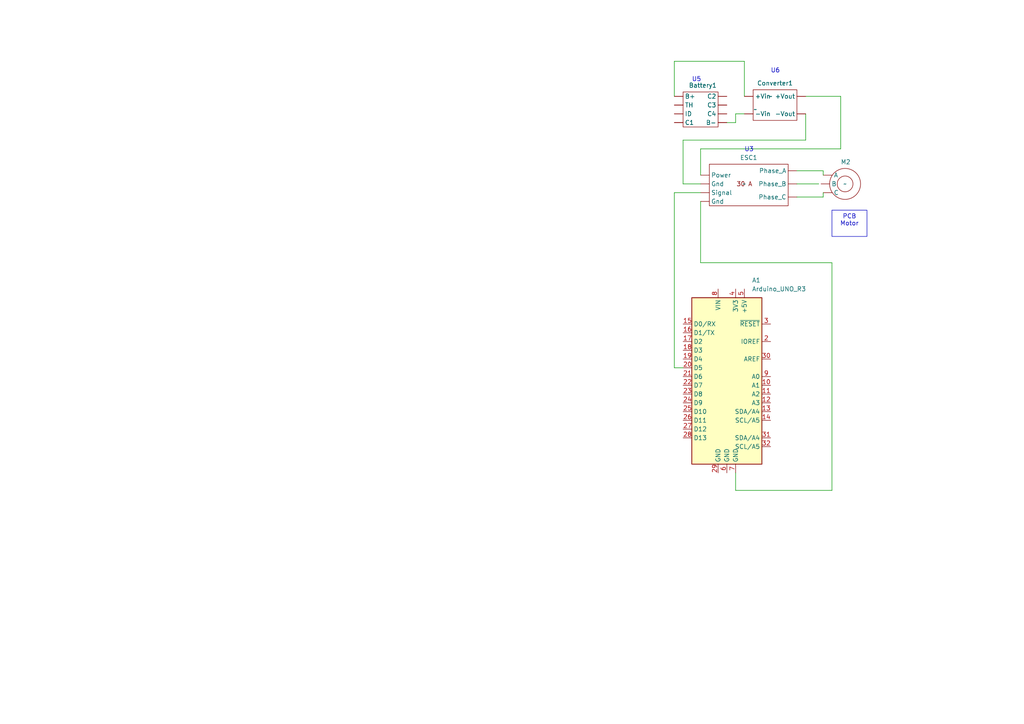
<source format=kicad_sch>
(kicad_sch (version 20230121) (generator eeschema)
  (paper "A4")
  (lib_symbols
    (symbol "Convertor:XH-M609"
      (property "Reference" "U1" (at 2.2225 3.81 0))
      (property "Value" "~" (at 0 0 0))
      (symbol "XH-M609_0_1"
        (rectangle (start -5.08 1.905) (end 7.62 -6.985))
      )
      (symbol "XH-M609_1_1"
        (pin input line (at -7.62 0 0) (length 2.54) (name "+Vin") (number ""))
        (pin input line (at 10.16 0 180) (length 2.54) (name "+Vout") (number ""))
        (pin input line (at -7.62 -5.08 0) (length 2.54) (name "-Vin") (number ""))
        (pin input line (at 10.16 -5.08 180) (length 2.54) (name "-Vout") (number ""))
      )
    )
    (symbol "Dewalt Battery:Dewalt_Battery"
      (property "Reference" "Battery" (at 0 7.62 0))
      (property "Value" "~" (at 15.24 0.635 0))
      (symbol "Dewalt_Battery_0_1"
        (rectangle (start -5.715 5.715) (end 4.445 -4.445))
      )
      (symbol "Dewalt_Battery_1_1"
        (pin power_out line (at -8.255 4.445 0) (length 2.54) (name "B+") (number ""))
        (pin power_out line (at 6.985 -3.175 180) (length 2.54) (name "B-") (number ""))
        (pin power_out line (at -8.255 -3.175 0) (length 2.54) (name "C1") (number ""))
        (pin power_out line (at 6.985 4.445 180) (length 2.54) (name "C2") (number ""))
        (pin power_out line (at 6.985 1.905 180) (length 2.54) (name "C3") (number ""))
        (pin power_out line (at 6.985 -0.635 180) (length 2.54) (name "C4") (number ""))
        (pin power_out line (at -8.255 -0.635 0) (length 2.54) (name "ID") (number ""))
        (pin power_out line (at -8.255 1.905 0) (length 2.54) (name "TH") (number ""))
      )
    )
    (symbol "ESC:ESC_-_30A"
      (property "Reference" "ESC" (at 1.27 7.62 0))
      (property "Value" "~" (at 0 0 0))
      (symbol "ESC_-_30A_0_1"
        (rectangle (start -10.16 5.715) (end 12.7 -6.35))
      )
      (symbol "ESC_-_30A_1_1"
        (text "30 A" (at 0 0 0) (effects (font (size 1.27 1.27))))
        (pin input line (at -12.7 -5.08 0) (length 2.54) (name "Gnd") (number ""))
        (pin input line (at -12.7 0 0) (length 2.54) (name "Gnd") (number ""))
        (pin output line (at 15.24 3.81 180) (length 2.54) (name "Phase_A") (number ""))
        (pin output line (at 15.24 0 180) (length 2.54) (name "Phase_B") (number ""))
        (pin output line (at 15.24 -3.81 180) (length 2.54) (name "Phase_C") (number ""))
        (pin input line (at -12.7 2.54 0) (length 2.54) (name "Power") (number ""))
        (pin input line (at -12.7 -2.54 0) (length 2.54) (name "Signal") (number ""))
      )
    )
    (symbol "MCU_Module:Arduino_UNO_R3"
      (property "Reference" "A" (at -10.16 23.495 0))
      (property "Value" "Arduino_UNO_R3" (at 5.08 -26.67 0))
      (symbol "Arduino_UNO_R3_0_1"
        (rectangle (start -10.16 22.86) (end 10.16 -25.4) (stroke (width 0.254)) (fill (type background)))
      )
      (symbol "Arduino_UNO_R3_1_1"
        (pin no_connect line (at -10.16 -20.32 0) (length 2.54) hide (name "NC") (number "1"))
        (pin bidirectional line (at 12.7 -2.54 180) (length 2.54) (name "A1") (number "10"))
        (pin bidirectional line (at 12.7 -5.08 180) (length 2.54) (name "A2") (number "11"))
        (pin bidirectional line (at 12.7 -7.62 180) (length 2.54) (name "A3") (number "12"))
        (pin bidirectional line (at 12.7 -10.16 180) (length 2.54) (name "SDA/A4") (number "13"))
        (pin bidirectional line (at 12.7 -12.7 180) (length 2.54) (name "SCL/A5") (number "14"))
        (pin bidirectional line (at -12.7 15.24 0) (length 2.54) (name "D0/RX") (number "15"))
        (pin bidirectional line (at -12.7 12.7 0) (length 2.54) (name "D1/TX") (number "16"))
        (pin bidirectional line (at -12.7 10.16 0) (length 2.54) (name "D2") (number "17"))
        (pin bidirectional line (at -12.7 7.62 0) (length 2.54) (name "D3") (number "18"))
        (pin bidirectional line (at -12.7 5.08 0) (length 2.54) (name "D4") (number "19"))
        (pin output line (at 12.7 10.16 180) (length 2.54) (name "IOREF") (number "2"))
        (pin bidirectional line (at -12.7 2.54 0) (length 2.54) (name "D5") (number "20"))
        (pin bidirectional line (at -12.7 0 0) (length 2.54) (name "D6") (number "21"))
        (pin bidirectional line (at -12.7 -2.54 0) (length 2.54) (name "D7") (number "22"))
        (pin bidirectional line (at -12.7 -5.08 0) (length 2.54) (name "D8") (number "23"))
        (pin bidirectional line (at -12.7 -7.62 0) (length 2.54) (name "D9") (number "24"))
        (pin bidirectional line (at -12.7 -10.16 0) (length 2.54) (name "D10") (number "25"))
        (pin bidirectional line (at -12.7 -12.7 0) (length 2.54) (name "D11") (number "26"))
        (pin bidirectional line (at -12.7 -15.24 0) (length 2.54) (name "D12") (number "27"))
        (pin bidirectional line (at -12.7 -17.78 0) (length 2.54) (name "D13") (number "28"))
        (pin power_in line (at -2.54 -27.94 90) (length 2.54) (name "GND") (number "29"))
        (pin input line (at 12.7 15.24 180) (length 2.54) (name "~{RESET}") (number "3"))
        (pin input line (at 12.7 5.08 180) (length 2.54) (name "AREF") (number "30"))
        (pin bidirectional line (at 12.7 -17.78 180) (length 2.54) (name "SDA/A4") (number "31"))
        (pin bidirectional line (at 12.7 -20.32 180) (length 2.54) (name "SCL/A5") (number "32"))
        (pin power_out line (at 2.54 25.4 270) (length 2.54) (name "3V3") (number "4"))
        (pin power_out line (at 5.08 25.4 270) (length 2.54) (name "+5V") (number "5"))
        (pin power_in line (at 0 -27.94 90) (length 2.54) (name "GND") (number "6"))
        (pin power_in line (at 2.54 -27.94 90) (length 2.54) (name "GND") (number "7"))
        (pin power_in line (at -2.54 25.4 270) (length 2.54) (name "VIN") (number "8"))
        (pin bidirectional line (at 12.7 0 180) (length 2.54) (name "A0") (number "9"))
      )
    )
    (symbol "Motor:Brushless_Motor"
      (property "Reference" "M" (at 0 0 0))
      (symbol "Brushless_Motor_0_1"
        (circle (center 0 0) (radius 2.2895))
        (circle (center 0 0) (radius 4.4901))
      )
      (symbol "Brushless_Motor_1_1"
        (pin input line (at -6.35 2.54 0) (length 2.54) (name "A") (number ""))
        (pin input line (at -6.985 0 0) (length 2.54) (name "B") (number ""))
        (pin input line (at -6.35 -2.54 0) (length 2.54) (name "C") (number ""))
      )
    )
  )
  (wire (pts (xy 241.3 142.24) (xy 213.36 142.24)))
  (wire (pts (xy 243.84 43.18) (xy 243.84 27.94)))
  (wire (pts (xy 231.14 57.15) (xy 238.76 57.15)))
  (wire (pts (xy 213.36 33.02) (xy 215.9 33.02)))
  (wire (pts (xy 233.68 40.64) (xy 198.12 40.64)))
  (wire (pts (xy 213.36 142.24) (xy 213.36 137.16)))
  (wire (pts (xy 203.2 58.42) (xy 203.2 76.2)))
  (wire (pts (xy 213.36 35.56) (xy 213.36 33.02)))
  (wire (pts (xy 203.2 43.18) (xy 243.84 43.18)))
  (wire (pts (xy 243.84 27.94) (xy 233.68 27.94)))
  (wire (pts (xy 233.68 33.02) (xy 233.68 40.64)))
  (wire (pts (xy 203.2 55.88) (xy 195.58 55.88)))
  (wire (pts (xy 231.14 49.53) (xy 238.76 49.53)))
  (wire (pts (xy 238.76 57.15) (xy 238.76 55.88)))
  (wire (pts (xy 203.2 76.2) (xy 241.3 76.2)))
  (wire (pts (xy 198.12 40.64) (xy 198.12 53.34)))
  (wire (pts (xy 231.14 53.34) (xy 237.49 53.34)))
  (wire (pts (xy 215.9 17.78) (xy 195.58 17.78)))
  (wire (pts (xy 198.12 53.34) (xy 203.2 53.34)))
  (wire (pts (xy 241.3 76.2) (xy 241.3 142.24)))
  (wire (pts (xy 215.9 27.94) (xy 215.9 17.78)))
  (wire (pts (xy 195.58 55.88) (xy 195.58 106.68)))
  (wire (pts (xy 238.76 49.53) (xy 238.76 50.8)))
  (wire (pts (xy 195.58 17.78) (xy 195.58 27.94)))
  (wire (pts (xy 203.2 50.8) (xy 203.2 43.18)))
  (wire (pts (xy 210.82 35.56) (xy 213.36 35.56)))
  (wire (pts (xy 195.58 106.68) (xy 198.12 106.68)))
  (text_box "PCB Motor" (at 241.3 60.96 0) (size 10.16 7.62) (effects (font (size 1.27 1.27)) (justify top)))
  (text "U3\n\n\n" (at 215.9 48.26 0) (effects (font (size 1.27 1.27)) (justify left bottom)))
  (text "U5\n\n\n" (at 200.66 27.94 0) (effects (font (size 1.27 1.27)) (justify left bottom)))
  (text "U6\n\n\n" (at 223.52 25.4 0) (effects (font (size 1.27 1.27)) (justify left bottom)))
  (symbol (lib_id "MCU_Module:Arduino_UNO_R3") (at 210.82 109.22 0) (unit 1)
    (property "Reference" "A1" (at 218.0941 81.28 0) (effects (justify left)))
    (property "Value" "Arduino_UNO_R3" (at 218.0941 83.82 0) (effects (justify left)))
    (property "Footprint" "Module:Arduino_UNO_R3" (effects hide))
    (property "Datasheet" "https://www.arduino.cc/en/Main/arduinoBoardUno" (effects hide))
  )
  (symbol (lib_id "Motor:Brushless_Motor") (at 245.11 53.34 0) (unit 1)
    (property "Reference" "M2" (at 243.84 46.99 0) (effects (justify left)))
    (property "Value" "~" (at 245.11 53.34 0))
  )
  (symbol (lib_id "ESC:ESC_-_30A") (at 215.9 53.34 0) (unit 1)
    (property "Reference" "ESC1" (at 217.17 45.72 0))
    (property "Value" "~" (at 215.9 53.34 0))
  )
  (symbol (lib_id "Dewalt Battery:Dewalt_Battery") (at 203.835 32.385 0) (unit 1)
    (property "Reference" "Battery1" (at 203.835 24.765 0))
    (property "Value" "~" (at 219.075 31.75 0))
  )
  (symbol (lib_id "Convertor:XH-M609") (at 223.52 27.94 0) (unit 1)
    (property "Reference" "Converter1" (at 224.79 24.13 0))
    (property "Value" "~" (at 223.52 27.94 0))
  )
)
</source>
